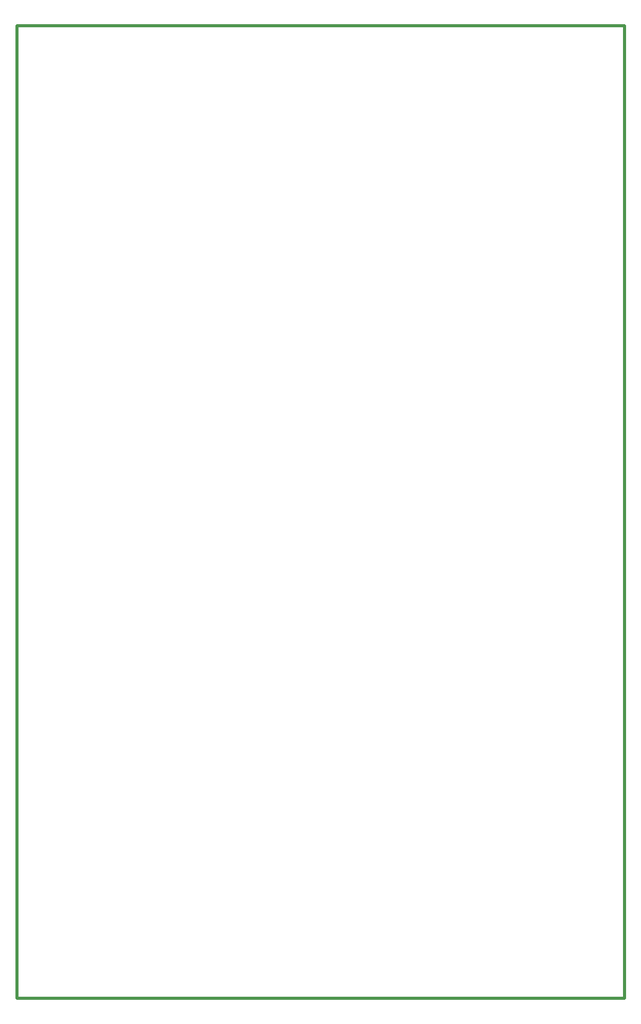
<source format=gbr>
G04 #@! TF.GenerationSoftware,KiCad,Pcbnew,(6.0.4)*
G04 #@! TF.CreationDate,2022-04-09T10:36:05+02:00*
G04 #@! TF.ProjectId,pcb-ihc_kicad,7063622d-6968-4635-9f6b-696361642e6b,rev?*
G04 #@! TF.SameCoordinates,Original*
G04 #@! TF.FileFunction,Profile,NP*
%FSLAX46Y46*%
G04 Gerber Fmt 4.6, Leading zero omitted, Abs format (unit mm)*
G04 Created by KiCad (PCBNEW (6.0.4)) date 2022-04-09 10:36:05*
%MOMM*%
%LPD*%
G01*
G04 APERTURE LIST*
G04 #@! TA.AperFunction,Profile*
%ADD10C,0.500000*%
G04 #@! TD*
G04 APERTURE END LIST*
D10*
X165000000Y-15000000D02*
X65000000Y-15000000D01*
X65000000Y-15000000D02*
X65000000Y-175000000D01*
X65000000Y-175000000D02*
X165000000Y-175000000D01*
X165000000Y-175000000D02*
X165000000Y-15000000D01*
M02*

</source>
